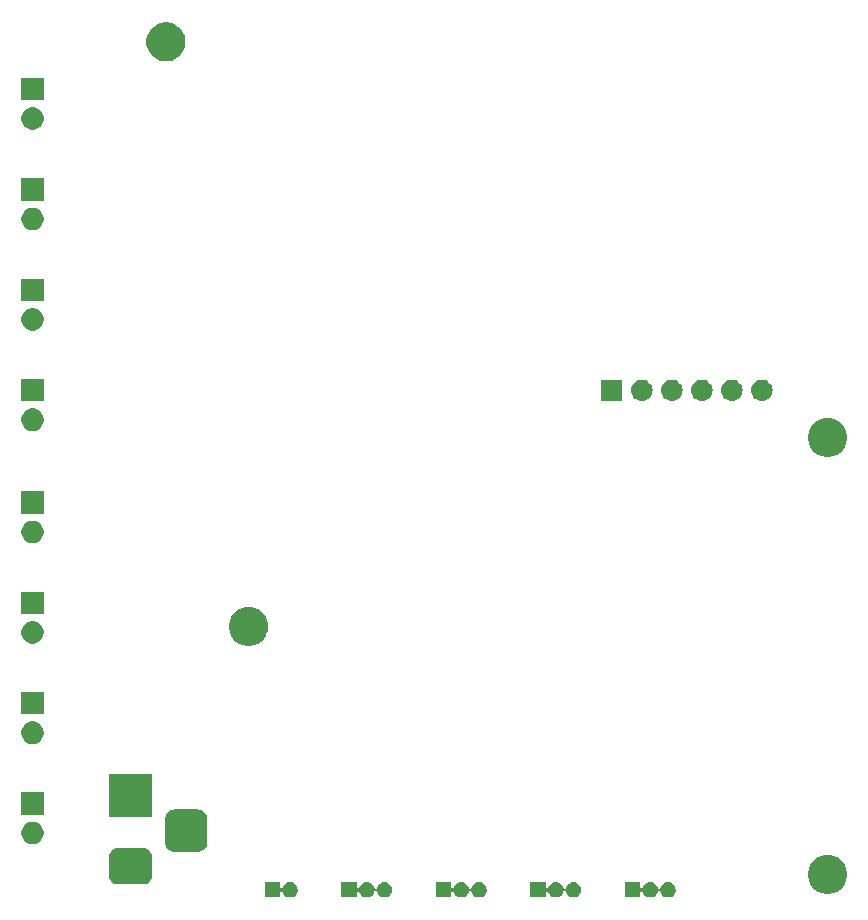
<source format=gbr>
G04 #@! TF.GenerationSoftware,KiCad,Pcbnew,5.0.2-bee76a0~70~ubuntu18.04.1*
G04 #@! TF.CreationDate,2019-07-19T10:20:09+02:00*
G04 #@! TF.ProjectId,Plant_monitoring_device,506c616e-745f-46d6-9f6e-69746f72696e,rev?*
G04 #@! TF.SameCoordinates,Original*
G04 #@! TF.FileFunction,Soldermask,Bot*
G04 #@! TF.FilePolarity,Negative*
%FSLAX46Y46*%
G04 Gerber Fmt 4.6, Leading zero omitted, Abs format (unit mm)*
G04 Created by KiCad (PCBNEW 5.0.2-bee76a0~70~ubuntu18.04.1) date Fri 19 Jul 2019 10:20:09 CEST*
%MOMM*%
%LPD*%
G01*
G04 APERTURE LIST*
%ADD10C,0.100000*%
G04 APERTURE END LIST*
D10*
G36*
X223151000Y-146020104D02*
X223153402Y-146044490D01*
X223160515Y-146067939D01*
X223172066Y-146089550D01*
X223187612Y-146108492D01*
X223206554Y-146124038D01*
X223228165Y-146135589D01*
X223251614Y-146142702D01*
X223276000Y-146145104D01*
X223300386Y-146142702D01*
X223323835Y-146135589D01*
X223345446Y-146124038D01*
X223364388Y-146108492D01*
X223379934Y-146089550D01*
X223391485Y-146067939D01*
X223423089Y-145991639D01*
X223494338Y-145885008D01*
X223585008Y-145794338D01*
X223691639Y-145723089D01*
X223810110Y-145674017D01*
X223935881Y-145649000D01*
X224064119Y-145649000D01*
X224189890Y-145674017D01*
X224308361Y-145723089D01*
X224414992Y-145794338D01*
X224505662Y-145885008D01*
X224576911Y-145991639D01*
X224625983Y-146110110D01*
X224627402Y-146117245D01*
X224634515Y-146140694D01*
X224646066Y-146162305D01*
X224661611Y-146181247D01*
X224680553Y-146196792D01*
X224702164Y-146208344D01*
X224725613Y-146215457D01*
X224749999Y-146217859D01*
X224774386Y-146215457D01*
X224797835Y-146208344D01*
X224819446Y-146196793D01*
X224838388Y-146181248D01*
X224853933Y-146162306D01*
X224865485Y-146140695D01*
X224872598Y-146117245D01*
X224874017Y-146110110D01*
X224923089Y-145991639D01*
X224994338Y-145885008D01*
X225085008Y-145794338D01*
X225191639Y-145723089D01*
X225310110Y-145674017D01*
X225435881Y-145649000D01*
X225564119Y-145649000D01*
X225689890Y-145674017D01*
X225808361Y-145723089D01*
X225914992Y-145794338D01*
X226005662Y-145885008D01*
X226076911Y-145991639D01*
X226125983Y-146110110D01*
X226151000Y-146235881D01*
X226151000Y-146364119D01*
X226125983Y-146489890D01*
X226076911Y-146608361D01*
X226005662Y-146714992D01*
X225914992Y-146805662D01*
X225808361Y-146876911D01*
X225689890Y-146925983D01*
X225564119Y-146951000D01*
X225435881Y-146951000D01*
X225310110Y-146925983D01*
X225191639Y-146876911D01*
X225085008Y-146805662D01*
X224994338Y-146714992D01*
X224923089Y-146608361D01*
X224874017Y-146489890D01*
X224872598Y-146482755D01*
X224865485Y-146459306D01*
X224853934Y-146437695D01*
X224838389Y-146418753D01*
X224819447Y-146403208D01*
X224797836Y-146391656D01*
X224774387Y-146384543D01*
X224750001Y-146382141D01*
X224725614Y-146384543D01*
X224702165Y-146391656D01*
X224680554Y-146403207D01*
X224661612Y-146418752D01*
X224646067Y-146437694D01*
X224634515Y-146459305D01*
X224627402Y-146482755D01*
X224625983Y-146489890D01*
X224576911Y-146608361D01*
X224505662Y-146714992D01*
X224414992Y-146805662D01*
X224308361Y-146876911D01*
X224189890Y-146925983D01*
X224064119Y-146951000D01*
X223935881Y-146951000D01*
X223810110Y-146925983D01*
X223691639Y-146876911D01*
X223585008Y-146805662D01*
X223494338Y-146714992D01*
X223423089Y-146608361D01*
X223391485Y-146532061D01*
X223379934Y-146510450D01*
X223364389Y-146491508D01*
X223345447Y-146475963D01*
X223323836Y-146464411D01*
X223300387Y-146457298D01*
X223276001Y-146454896D01*
X223251614Y-146457298D01*
X223228165Y-146464411D01*
X223206554Y-146475962D01*
X223187612Y-146491507D01*
X223172067Y-146510449D01*
X223160515Y-146532060D01*
X223153402Y-146555509D01*
X223151000Y-146579896D01*
X223151000Y-146951000D01*
X221849000Y-146951000D01*
X221849000Y-145649000D01*
X223151000Y-145649000D01*
X223151000Y-146020104D01*
X223151000Y-146020104D01*
G37*
G36*
X231151000Y-146020104D02*
X231153402Y-146044490D01*
X231160515Y-146067939D01*
X231172066Y-146089550D01*
X231187612Y-146108492D01*
X231206554Y-146124038D01*
X231228165Y-146135589D01*
X231251614Y-146142702D01*
X231276000Y-146145104D01*
X231300386Y-146142702D01*
X231323835Y-146135589D01*
X231345446Y-146124038D01*
X231364388Y-146108492D01*
X231379934Y-146089550D01*
X231391485Y-146067939D01*
X231423089Y-145991639D01*
X231494338Y-145885008D01*
X231585008Y-145794338D01*
X231691639Y-145723089D01*
X231810110Y-145674017D01*
X231935881Y-145649000D01*
X232064119Y-145649000D01*
X232189890Y-145674017D01*
X232308361Y-145723089D01*
X232414992Y-145794338D01*
X232505662Y-145885008D01*
X232576911Y-145991639D01*
X232625983Y-146110110D01*
X232627402Y-146117245D01*
X232634515Y-146140694D01*
X232646066Y-146162305D01*
X232661611Y-146181247D01*
X232680553Y-146196792D01*
X232702164Y-146208344D01*
X232725613Y-146215457D01*
X232749999Y-146217859D01*
X232774386Y-146215457D01*
X232797835Y-146208344D01*
X232819446Y-146196793D01*
X232838388Y-146181248D01*
X232853933Y-146162306D01*
X232865485Y-146140695D01*
X232872598Y-146117245D01*
X232874017Y-146110110D01*
X232923089Y-145991639D01*
X232994338Y-145885008D01*
X233085008Y-145794338D01*
X233191639Y-145723089D01*
X233310110Y-145674017D01*
X233435881Y-145649000D01*
X233564119Y-145649000D01*
X233689890Y-145674017D01*
X233808361Y-145723089D01*
X233914992Y-145794338D01*
X234005662Y-145885008D01*
X234076911Y-145991639D01*
X234125983Y-146110110D01*
X234151000Y-146235881D01*
X234151000Y-146364119D01*
X234125983Y-146489890D01*
X234076911Y-146608361D01*
X234005662Y-146714992D01*
X233914992Y-146805662D01*
X233808361Y-146876911D01*
X233689890Y-146925983D01*
X233564119Y-146951000D01*
X233435881Y-146951000D01*
X233310110Y-146925983D01*
X233191639Y-146876911D01*
X233085008Y-146805662D01*
X232994338Y-146714992D01*
X232923089Y-146608361D01*
X232874017Y-146489890D01*
X232872598Y-146482755D01*
X232865485Y-146459306D01*
X232853934Y-146437695D01*
X232838389Y-146418753D01*
X232819447Y-146403208D01*
X232797836Y-146391656D01*
X232774387Y-146384543D01*
X232750001Y-146382141D01*
X232725614Y-146384543D01*
X232702165Y-146391656D01*
X232680554Y-146403207D01*
X232661612Y-146418752D01*
X232646067Y-146437694D01*
X232634515Y-146459305D01*
X232627402Y-146482755D01*
X232625983Y-146489890D01*
X232576911Y-146608361D01*
X232505662Y-146714992D01*
X232414992Y-146805662D01*
X232308361Y-146876911D01*
X232189890Y-146925983D01*
X232064119Y-146951000D01*
X231935881Y-146951000D01*
X231810110Y-146925983D01*
X231691639Y-146876911D01*
X231585008Y-146805662D01*
X231494338Y-146714992D01*
X231423089Y-146608361D01*
X231391485Y-146532061D01*
X231379934Y-146510450D01*
X231364389Y-146491508D01*
X231345447Y-146475963D01*
X231323836Y-146464411D01*
X231300387Y-146457298D01*
X231276001Y-146454896D01*
X231251614Y-146457298D01*
X231228165Y-146464411D01*
X231206554Y-146475962D01*
X231187612Y-146491507D01*
X231172067Y-146510449D01*
X231160515Y-146532060D01*
X231153402Y-146555509D01*
X231151000Y-146579896D01*
X231151000Y-146951000D01*
X229849000Y-146951000D01*
X229849000Y-145649000D01*
X231151000Y-145649000D01*
X231151000Y-146020104D01*
X231151000Y-146020104D01*
G37*
G36*
X239151000Y-146020104D02*
X239153402Y-146044490D01*
X239160515Y-146067939D01*
X239172066Y-146089550D01*
X239187612Y-146108492D01*
X239206554Y-146124038D01*
X239228165Y-146135589D01*
X239251614Y-146142702D01*
X239276000Y-146145104D01*
X239300386Y-146142702D01*
X239323835Y-146135589D01*
X239345446Y-146124038D01*
X239364388Y-146108492D01*
X239379934Y-146089550D01*
X239391485Y-146067939D01*
X239423089Y-145991639D01*
X239494338Y-145885008D01*
X239585008Y-145794338D01*
X239691639Y-145723089D01*
X239810110Y-145674017D01*
X239935881Y-145649000D01*
X240064119Y-145649000D01*
X240189890Y-145674017D01*
X240308361Y-145723089D01*
X240414992Y-145794338D01*
X240505662Y-145885008D01*
X240576911Y-145991639D01*
X240625983Y-146110110D01*
X240627402Y-146117245D01*
X240634515Y-146140694D01*
X240646066Y-146162305D01*
X240661611Y-146181247D01*
X240680553Y-146196792D01*
X240702164Y-146208344D01*
X240725613Y-146215457D01*
X240749999Y-146217859D01*
X240774386Y-146215457D01*
X240797835Y-146208344D01*
X240819446Y-146196793D01*
X240838388Y-146181248D01*
X240853933Y-146162306D01*
X240865485Y-146140695D01*
X240872598Y-146117245D01*
X240874017Y-146110110D01*
X240923089Y-145991639D01*
X240994338Y-145885008D01*
X241085008Y-145794338D01*
X241191639Y-145723089D01*
X241310110Y-145674017D01*
X241435881Y-145649000D01*
X241564119Y-145649000D01*
X241689890Y-145674017D01*
X241808361Y-145723089D01*
X241914992Y-145794338D01*
X242005662Y-145885008D01*
X242076911Y-145991639D01*
X242125983Y-146110110D01*
X242151000Y-146235881D01*
X242151000Y-146364119D01*
X242125983Y-146489890D01*
X242076911Y-146608361D01*
X242005662Y-146714992D01*
X241914992Y-146805662D01*
X241808361Y-146876911D01*
X241689890Y-146925983D01*
X241564119Y-146951000D01*
X241435881Y-146951000D01*
X241310110Y-146925983D01*
X241191639Y-146876911D01*
X241085008Y-146805662D01*
X240994338Y-146714992D01*
X240923089Y-146608361D01*
X240874017Y-146489890D01*
X240872598Y-146482755D01*
X240865485Y-146459306D01*
X240853934Y-146437695D01*
X240838389Y-146418753D01*
X240819447Y-146403208D01*
X240797836Y-146391656D01*
X240774387Y-146384543D01*
X240750001Y-146382141D01*
X240725614Y-146384543D01*
X240702165Y-146391656D01*
X240680554Y-146403207D01*
X240661612Y-146418752D01*
X240646067Y-146437694D01*
X240634515Y-146459305D01*
X240627402Y-146482755D01*
X240625983Y-146489890D01*
X240576911Y-146608361D01*
X240505662Y-146714992D01*
X240414992Y-146805662D01*
X240308361Y-146876911D01*
X240189890Y-146925983D01*
X240064119Y-146951000D01*
X239935881Y-146951000D01*
X239810110Y-146925983D01*
X239691639Y-146876911D01*
X239585008Y-146805662D01*
X239494338Y-146714992D01*
X239423089Y-146608361D01*
X239391485Y-146532061D01*
X239379934Y-146510450D01*
X239364389Y-146491508D01*
X239345447Y-146475963D01*
X239323836Y-146464411D01*
X239300387Y-146457298D01*
X239276001Y-146454896D01*
X239251614Y-146457298D01*
X239228165Y-146464411D01*
X239206554Y-146475962D01*
X239187612Y-146491507D01*
X239172067Y-146510449D01*
X239160515Y-146532060D01*
X239153402Y-146555509D01*
X239151000Y-146579896D01*
X239151000Y-146951000D01*
X237849000Y-146951000D01*
X237849000Y-145649000D01*
X239151000Y-145649000D01*
X239151000Y-146020104D01*
X239151000Y-146020104D01*
G37*
G36*
X215151000Y-146020104D02*
X215153402Y-146044490D01*
X215160515Y-146067939D01*
X215172066Y-146089550D01*
X215187612Y-146108492D01*
X215206554Y-146124038D01*
X215228165Y-146135589D01*
X215251614Y-146142702D01*
X215276000Y-146145104D01*
X215300386Y-146142702D01*
X215323835Y-146135589D01*
X215345446Y-146124038D01*
X215364388Y-146108492D01*
X215379934Y-146089550D01*
X215391485Y-146067939D01*
X215423089Y-145991639D01*
X215494338Y-145885008D01*
X215585008Y-145794338D01*
X215691639Y-145723089D01*
X215810110Y-145674017D01*
X215935881Y-145649000D01*
X216064119Y-145649000D01*
X216189890Y-145674017D01*
X216308361Y-145723089D01*
X216414992Y-145794338D01*
X216505662Y-145885008D01*
X216576911Y-145991639D01*
X216625983Y-146110110D01*
X216627402Y-146117245D01*
X216634515Y-146140694D01*
X216646066Y-146162305D01*
X216661611Y-146181247D01*
X216680553Y-146196792D01*
X216702164Y-146208344D01*
X216725613Y-146215457D01*
X216749999Y-146217859D01*
X216774386Y-146215457D01*
X216797835Y-146208344D01*
X216819446Y-146196793D01*
X216838388Y-146181248D01*
X216853933Y-146162306D01*
X216865485Y-146140695D01*
X216872598Y-146117245D01*
X216874017Y-146110110D01*
X216923089Y-145991639D01*
X216994338Y-145885008D01*
X217085008Y-145794338D01*
X217191639Y-145723089D01*
X217310110Y-145674017D01*
X217435881Y-145649000D01*
X217564119Y-145649000D01*
X217689890Y-145674017D01*
X217808361Y-145723089D01*
X217914992Y-145794338D01*
X218005662Y-145885008D01*
X218076911Y-145991639D01*
X218125983Y-146110110D01*
X218151000Y-146235881D01*
X218151000Y-146364119D01*
X218125983Y-146489890D01*
X218076911Y-146608361D01*
X218005662Y-146714992D01*
X217914992Y-146805662D01*
X217808361Y-146876911D01*
X217689890Y-146925983D01*
X217564119Y-146951000D01*
X217435881Y-146951000D01*
X217310110Y-146925983D01*
X217191639Y-146876911D01*
X217085008Y-146805662D01*
X216994338Y-146714992D01*
X216923089Y-146608361D01*
X216874017Y-146489890D01*
X216872598Y-146482755D01*
X216865485Y-146459306D01*
X216853934Y-146437695D01*
X216838389Y-146418753D01*
X216819447Y-146403208D01*
X216797836Y-146391656D01*
X216774387Y-146384543D01*
X216750001Y-146382141D01*
X216725614Y-146384543D01*
X216702165Y-146391656D01*
X216680554Y-146403207D01*
X216661612Y-146418752D01*
X216646067Y-146437694D01*
X216634515Y-146459305D01*
X216627402Y-146482755D01*
X216625983Y-146489890D01*
X216576911Y-146608361D01*
X216505662Y-146714992D01*
X216414992Y-146805662D01*
X216308361Y-146876911D01*
X216189890Y-146925983D01*
X216064119Y-146951000D01*
X215935881Y-146951000D01*
X215810110Y-146925983D01*
X215691639Y-146876911D01*
X215585008Y-146805662D01*
X215494338Y-146714992D01*
X215423089Y-146608361D01*
X215391485Y-146532061D01*
X215379934Y-146510450D01*
X215364389Y-146491508D01*
X215345447Y-146475963D01*
X215323836Y-146464411D01*
X215300387Y-146457298D01*
X215276001Y-146454896D01*
X215251614Y-146457298D01*
X215228165Y-146464411D01*
X215206554Y-146475962D01*
X215187612Y-146491507D01*
X215172067Y-146510449D01*
X215160515Y-146532060D01*
X215153402Y-146555509D01*
X215151000Y-146579896D01*
X215151000Y-146951000D01*
X213849000Y-146951000D01*
X213849000Y-145649000D01*
X215151000Y-145649000D01*
X215151000Y-146020104D01*
X215151000Y-146020104D01*
G37*
G36*
X208651000Y-146020104D02*
X208653402Y-146044490D01*
X208660515Y-146067939D01*
X208672066Y-146089550D01*
X208687612Y-146108492D01*
X208706554Y-146124038D01*
X208728165Y-146135589D01*
X208751614Y-146142702D01*
X208776000Y-146145104D01*
X208800386Y-146142702D01*
X208823835Y-146135589D01*
X208845446Y-146124038D01*
X208864388Y-146108492D01*
X208879934Y-146089550D01*
X208891485Y-146067939D01*
X208923089Y-145991639D01*
X208994338Y-145885008D01*
X209085008Y-145794338D01*
X209191639Y-145723089D01*
X209310110Y-145674017D01*
X209435881Y-145649000D01*
X209564119Y-145649000D01*
X209689890Y-145674017D01*
X209808361Y-145723089D01*
X209914992Y-145794338D01*
X210005662Y-145885008D01*
X210076911Y-145991639D01*
X210125983Y-146110110D01*
X210151000Y-146235881D01*
X210151000Y-146364119D01*
X210125983Y-146489890D01*
X210076911Y-146608361D01*
X210005662Y-146714992D01*
X209914992Y-146805662D01*
X209808361Y-146876911D01*
X209689890Y-146925983D01*
X209564119Y-146951000D01*
X209435881Y-146951000D01*
X209310110Y-146925983D01*
X209191639Y-146876911D01*
X209085008Y-146805662D01*
X208994338Y-146714992D01*
X208923089Y-146608361D01*
X208891485Y-146532061D01*
X208879934Y-146510450D01*
X208864389Y-146491508D01*
X208845447Y-146475963D01*
X208823836Y-146464411D01*
X208800387Y-146457298D01*
X208776001Y-146454896D01*
X208751614Y-146457298D01*
X208728165Y-146464411D01*
X208706554Y-146475962D01*
X208687612Y-146491507D01*
X208672067Y-146510449D01*
X208660515Y-146532060D01*
X208653402Y-146555509D01*
X208651000Y-146579896D01*
X208651000Y-146951000D01*
X207349000Y-146951000D01*
X207349000Y-145649000D01*
X208651000Y-145649000D01*
X208651000Y-146020104D01*
X208651000Y-146020104D01*
G37*
G36*
X255375256Y-143391298D02*
X255481579Y-143412447D01*
X255782042Y-143536903D01*
X256048852Y-143715180D01*
X256052454Y-143717587D01*
X256282413Y-143947546D01*
X256282415Y-143947549D01*
X256463097Y-144217958D01*
X256587553Y-144518421D01*
X256651000Y-144837391D01*
X256651000Y-145162609D01*
X256587553Y-145481579D01*
X256463097Y-145782042D01*
X256394297Y-145885008D01*
X256282413Y-146052454D01*
X256052454Y-146282413D01*
X256052451Y-146282415D01*
X255782042Y-146463097D01*
X255782041Y-146463098D01*
X255782040Y-146463098D01*
X255717358Y-146489890D01*
X255481579Y-146587553D01*
X255376970Y-146608361D01*
X255162611Y-146651000D01*
X254837389Y-146651000D01*
X254623030Y-146608361D01*
X254518421Y-146587553D01*
X254282642Y-146489890D01*
X254217960Y-146463098D01*
X254217959Y-146463098D01*
X254217958Y-146463097D01*
X253947549Y-146282415D01*
X253947546Y-146282413D01*
X253717587Y-146052454D01*
X253605703Y-145885008D01*
X253536903Y-145782042D01*
X253412447Y-145481579D01*
X253349000Y-145162609D01*
X253349000Y-144837391D01*
X253412447Y-144518421D01*
X253536903Y-144217958D01*
X253717585Y-143947549D01*
X253717587Y-143947546D01*
X253947546Y-143717587D01*
X253951148Y-143715180D01*
X254217958Y-143536903D01*
X254518421Y-143412447D01*
X254624744Y-143391298D01*
X254837389Y-143349000D01*
X255162611Y-143349000D01*
X255375256Y-143391298D01*
X255375256Y-143391298D01*
G37*
G36*
X197226978Y-142763293D02*
X197360627Y-142803835D01*
X197483782Y-142869662D01*
X197591739Y-142958261D01*
X197680338Y-143066218D01*
X197746165Y-143189373D01*
X197786707Y-143323022D01*
X197801000Y-143468140D01*
X197801000Y-145131860D01*
X197786707Y-145276978D01*
X197746165Y-145410627D01*
X197680338Y-145533782D01*
X197591739Y-145641739D01*
X197483782Y-145730338D01*
X197360627Y-145796165D01*
X197226978Y-145836707D01*
X197081860Y-145851000D01*
X194918140Y-145851000D01*
X194773022Y-145836707D01*
X194639373Y-145796165D01*
X194516218Y-145730338D01*
X194408261Y-145641739D01*
X194319662Y-145533782D01*
X194253835Y-145410627D01*
X194213293Y-145276978D01*
X194199000Y-145131860D01*
X194199000Y-143468140D01*
X194213293Y-143323022D01*
X194253835Y-143189373D01*
X194319662Y-143066218D01*
X194408261Y-142958261D01*
X194516218Y-142869662D01*
X194639373Y-142803835D01*
X194773022Y-142763293D01*
X194918140Y-142749000D01*
X197081860Y-142749000D01*
X197226978Y-142763293D01*
X197226978Y-142763293D01*
G37*
G36*
X201826366Y-139515695D02*
X201983458Y-139563348D01*
X202128230Y-139640731D01*
X202255128Y-139744872D01*
X202359269Y-139871770D01*
X202436652Y-140016542D01*
X202484305Y-140173634D01*
X202501000Y-140343140D01*
X202501000Y-142256860D01*
X202484305Y-142426366D01*
X202436652Y-142583458D01*
X202359269Y-142728230D01*
X202255128Y-142855128D01*
X202128230Y-142959269D01*
X201983458Y-143036652D01*
X201826366Y-143084305D01*
X201656860Y-143101000D01*
X199743140Y-143101000D01*
X199573634Y-143084305D01*
X199416542Y-143036652D01*
X199271770Y-142959269D01*
X199144872Y-142855128D01*
X199040731Y-142728230D01*
X198963348Y-142583458D01*
X198915695Y-142426366D01*
X198899000Y-142256860D01*
X198899000Y-140343140D01*
X198915695Y-140173634D01*
X198963348Y-140016542D01*
X199040731Y-139871770D01*
X199144872Y-139744872D01*
X199271770Y-139640731D01*
X199416542Y-139563348D01*
X199573634Y-139515695D01*
X199743140Y-139499000D01*
X201656860Y-139499000D01*
X201826366Y-139515695D01*
X201826366Y-139515695D01*
G37*
G36*
X187977396Y-140585546D02*
X188150466Y-140657234D01*
X188306230Y-140761312D01*
X188438688Y-140893770D01*
X188542766Y-141049534D01*
X188614454Y-141222604D01*
X188651000Y-141406333D01*
X188651000Y-141593667D01*
X188614454Y-141777396D01*
X188542766Y-141950466D01*
X188438688Y-142106230D01*
X188306230Y-142238688D01*
X188150466Y-142342766D01*
X187977396Y-142414454D01*
X187793667Y-142451000D01*
X187606333Y-142451000D01*
X187422604Y-142414454D01*
X187249534Y-142342766D01*
X187093770Y-142238688D01*
X186961312Y-142106230D01*
X186857234Y-141950466D01*
X186785546Y-141777396D01*
X186749000Y-141593667D01*
X186749000Y-141406333D01*
X186785546Y-141222604D01*
X186857234Y-141049534D01*
X186961312Y-140893770D01*
X187093770Y-140761312D01*
X187249534Y-140657234D01*
X187422604Y-140585546D01*
X187606333Y-140549000D01*
X187793667Y-140549000D01*
X187977396Y-140585546D01*
X187977396Y-140585546D01*
G37*
G36*
X197801000Y-140101000D02*
X194199000Y-140101000D01*
X194199000Y-136499000D01*
X197801000Y-136499000D01*
X197801000Y-140101000D01*
X197801000Y-140101000D01*
G37*
G36*
X188651000Y-139951000D02*
X186749000Y-139951000D01*
X186749000Y-138049000D01*
X188651000Y-138049000D01*
X188651000Y-139951000D01*
X188651000Y-139951000D01*
G37*
G36*
X187977396Y-132085546D02*
X188150466Y-132157234D01*
X188306230Y-132261312D01*
X188438688Y-132393770D01*
X188542766Y-132549534D01*
X188614454Y-132722604D01*
X188651000Y-132906333D01*
X188651000Y-133093667D01*
X188614454Y-133277396D01*
X188542766Y-133450466D01*
X188438688Y-133606230D01*
X188306230Y-133738688D01*
X188150466Y-133842766D01*
X187977396Y-133914454D01*
X187793667Y-133951000D01*
X187606333Y-133951000D01*
X187422604Y-133914454D01*
X187249534Y-133842766D01*
X187093770Y-133738688D01*
X186961312Y-133606230D01*
X186857234Y-133450466D01*
X186785546Y-133277396D01*
X186749000Y-133093667D01*
X186749000Y-132906333D01*
X186785546Y-132722604D01*
X186857234Y-132549534D01*
X186961312Y-132393770D01*
X187093770Y-132261312D01*
X187249534Y-132157234D01*
X187422604Y-132085546D01*
X187606333Y-132049000D01*
X187793667Y-132049000D01*
X187977396Y-132085546D01*
X187977396Y-132085546D01*
G37*
G36*
X188651000Y-131451000D02*
X186749000Y-131451000D01*
X186749000Y-129549000D01*
X188651000Y-129549000D01*
X188651000Y-131451000D01*
X188651000Y-131451000D01*
G37*
G36*
X206375256Y-122391298D02*
X206481579Y-122412447D01*
X206782042Y-122536903D01*
X207048852Y-122715180D01*
X207052454Y-122717587D01*
X207282413Y-122947546D01*
X207282415Y-122947549D01*
X207463097Y-123217958D01*
X207587553Y-123518421D01*
X207600905Y-123585546D01*
X207651000Y-123837389D01*
X207651000Y-124162611D01*
X207608702Y-124375256D01*
X207587553Y-124481579D01*
X207499550Y-124694037D01*
X207463098Y-124782040D01*
X207282413Y-125052454D01*
X207052454Y-125282413D01*
X207052451Y-125282415D01*
X206782042Y-125463097D01*
X206481579Y-125587553D01*
X206375256Y-125608702D01*
X206162611Y-125651000D01*
X205837389Y-125651000D01*
X205624744Y-125608702D01*
X205518421Y-125587553D01*
X205217958Y-125463097D01*
X204947549Y-125282415D01*
X204947546Y-125282413D01*
X204717587Y-125052454D01*
X204536902Y-124782040D01*
X204500450Y-124694037D01*
X204412447Y-124481579D01*
X204391298Y-124375256D01*
X204349000Y-124162611D01*
X204349000Y-123837389D01*
X204399095Y-123585546D01*
X204412447Y-123518421D01*
X204536903Y-123217958D01*
X204717585Y-122947549D01*
X204717587Y-122947546D01*
X204947546Y-122717587D01*
X204951148Y-122715180D01*
X205217958Y-122536903D01*
X205518421Y-122412447D01*
X205624744Y-122391298D01*
X205837389Y-122349000D01*
X206162611Y-122349000D01*
X206375256Y-122391298D01*
X206375256Y-122391298D01*
G37*
G36*
X187977396Y-123585546D02*
X188150466Y-123657234D01*
X188306230Y-123761312D01*
X188438688Y-123893770D01*
X188542766Y-124049534D01*
X188614454Y-124222604D01*
X188651000Y-124406333D01*
X188651000Y-124593667D01*
X188614454Y-124777396D01*
X188542766Y-124950466D01*
X188438688Y-125106230D01*
X188306230Y-125238688D01*
X188150466Y-125342766D01*
X187977396Y-125414454D01*
X187793667Y-125451000D01*
X187606333Y-125451000D01*
X187422604Y-125414454D01*
X187249534Y-125342766D01*
X187093770Y-125238688D01*
X186961312Y-125106230D01*
X186857234Y-124950466D01*
X186785546Y-124777396D01*
X186749000Y-124593667D01*
X186749000Y-124406333D01*
X186785546Y-124222604D01*
X186857234Y-124049534D01*
X186961312Y-123893770D01*
X187093770Y-123761312D01*
X187249534Y-123657234D01*
X187422604Y-123585546D01*
X187606333Y-123549000D01*
X187793667Y-123549000D01*
X187977396Y-123585546D01*
X187977396Y-123585546D01*
G37*
G36*
X188651000Y-122951000D02*
X186749000Y-122951000D01*
X186749000Y-121049000D01*
X188651000Y-121049000D01*
X188651000Y-122951000D01*
X188651000Y-122951000D01*
G37*
G36*
X187977396Y-115085546D02*
X188150466Y-115157234D01*
X188306230Y-115261312D01*
X188438688Y-115393770D01*
X188542766Y-115549534D01*
X188614454Y-115722604D01*
X188651000Y-115906333D01*
X188651000Y-116093667D01*
X188614454Y-116277396D01*
X188542766Y-116450466D01*
X188438688Y-116606230D01*
X188306230Y-116738688D01*
X188150466Y-116842766D01*
X187977396Y-116914454D01*
X187793667Y-116951000D01*
X187606333Y-116951000D01*
X187422604Y-116914454D01*
X187249534Y-116842766D01*
X187093770Y-116738688D01*
X186961312Y-116606230D01*
X186857234Y-116450466D01*
X186785546Y-116277396D01*
X186749000Y-116093667D01*
X186749000Y-115906333D01*
X186785546Y-115722604D01*
X186857234Y-115549534D01*
X186961312Y-115393770D01*
X187093770Y-115261312D01*
X187249534Y-115157234D01*
X187422604Y-115085546D01*
X187606333Y-115049000D01*
X187793667Y-115049000D01*
X187977396Y-115085546D01*
X187977396Y-115085546D01*
G37*
G36*
X188651000Y-114451000D02*
X186749000Y-114451000D01*
X186749000Y-112549000D01*
X188651000Y-112549000D01*
X188651000Y-114451000D01*
X188651000Y-114451000D01*
G37*
G36*
X255375256Y-106391298D02*
X255481579Y-106412447D01*
X255782042Y-106536903D01*
X255866992Y-106593665D01*
X256052454Y-106717587D01*
X256282413Y-106947546D01*
X256282415Y-106947549D01*
X256388443Y-107106230D01*
X256463098Y-107217960D01*
X256587553Y-107518422D01*
X256651000Y-107837389D01*
X256651000Y-108162611D01*
X256587553Y-108481578D01*
X256463098Y-108782040D01*
X256282413Y-109052454D01*
X256052454Y-109282413D01*
X256052451Y-109282415D01*
X255782042Y-109463097D01*
X255481579Y-109587553D01*
X255375256Y-109608702D01*
X255162611Y-109651000D01*
X254837389Y-109651000D01*
X254624744Y-109608702D01*
X254518421Y-109587553D01*
X254217958Y-109463097D01*
X253947549Y-109282415D01*
X253947546Y-109282413D01*
X253717587Y-109052454D01*
X253536902Y-108782040D01*
X253412447Y-108481578D01*
X253349000Y-108162611D01*
X253349000Y-107837389D01*
X253412447Y-107518422D01*
X253536902Y-107217960D01*
X253611558Y-107106230D01*
X253717585Y-106947549D01*
X253717587Y-106947546D01*
X253947546Y-106717587D01*
X254133008Y-106593665D01*
X254217958Y-106536903D01*
X254518421Y-106412447D01*
X254624744Y-106391298D01*
X254837389Y-106349000D01*
X255162611Y-106349000D01*
X255375256Y-106391298D01*
X255375256Y-106391298D01*
G37*
G36*
X187977396Y-105585546D02*
X188150466Y-105657234D01*
X188306230Y-105761312D01*
X188438688Y-105893770D01*
X188542766Y-106049534D01*
X188614454Y-106222604D01*
X188651000Y-106406333D01*
X188651000Y-106593667D01*
X188614454Y-106777396D01*
X188542766Y-106950466D01*
X188438688Y-107106230D01*
X188306230Y-107238688D01*
X188150466Y-107342766D01*
X187977396Y-107414454D01*
X187793667Y-107451000D01*
X187606333Y-107451000D01*
X187422604Y-107414454D01*
X187249534Y-107342766D01*
X187093770Y-107238688D01*
X186961312Y-107106230D01*
X186857234Y-106950466D01*
X186785546Y-106777396D01*
X186749000Y-106593667D01*
X186749000Y-106406333D01*
X186785546Y-106222604D01*
X186857234Y-106049534D01*
X186961312Y-105893770D01*
X187093770Y-105761312D01*
X187249534Y-105657234D01*
X187422604Y-105585546D01*
X187606333Y-105549000D01*
X187793667Y-105549000D01*
X187977396Y-105585546D01*
X187977396Y-105585546D01*
G37*
G36*
X188651000Y-104951000D02*
X186749000Y-104951000D01*
X186749000Y-103049000D01*
X188651000Y-103049000D01*
X188651000Y-104951000D01*
X188651000Y-104951000D01*
G37*
G36*
X237651000Y-104901000D02*
X235849000Y-104901000D01*
X235849000Y-103099000D01*
X237651000Y-103099000D01*
X237651000Y-104901000D01*
X237651000Y-104901000D01*
G37*
G36*
X249560442Y-103105518D02*
X249626627Y-103112037D01*
X249739853Y-103146384D01*
X249796467Y-103163557D01*
X249935087Y-103237652D01*
X249952991Y-103247222D01*
X249988729Y-103276552D01*
X250090186Y-103359814D01*
X250173448Y-103461271D01*
X250202778Y-103497009D01*
X250202779Y-103497011D01*
X250286443Y-103653533D01*
X250286443Y-103653534D01*
X250337963Y-103823373D01*
X250355359Y-104000000D01*
X250337963Y-104176627D01*
X250303616Y-104289853D01*
X250286443Y-104346467D01*
X250212348Y-104485087D01*
X250202778Y-104502991D01*
X250173448Y-104538729D01*
X250090186Y-104640186D01*
X249988729Y-104723448D01*
X249952991Y-104752778D01*
X249952989Y-104752779D01*
X249796467Y-104836443D01*
X249739853Y-104853616D01*
X249626627Y-104887963D01*
X249560442Y-104894482D01*
X249494260Y-104901000D01*
X249405740Y-104901000D01*
X249339558Y-104894482D01*
X249273373Y-104887963D01*
X249160147Y-104853616D01*
X249103533Y-104836443D01*
X248947011Y-104752779D01*
X248947009Y-104752778D01*
X248911271Y-104723448D01*
X248809814Y-104640186D01*
X248726552Y-104538729D01*
X248697222Y-104502991D01*
X248687652Y-104485087D01*
X248613557Y-104346467D01*
X248596384Y-104289853D01*
X248562037Y-104176627D01*
X248544641Y-104000000D01*
X248562037Y-103823373D01*
X248613557Y-103653534D01*
X248613557Y-103653533D01*
X248697221Y-103497011D01*
X248697222Y-103497009D01*
X248726552Y-103461271D01*
X248809814Y-103359814D01*
X248911271Y-103276552D01*
X248947009Y-103247222D01*
X248964913Y-103237652D01*
X249103533Y-103163557D01*
X249160147Y-103146384D01*
X249273373Y-103112037D01*
X249339558Y-103105518D01*
X249405740Y-103099000D01*
X249494260Y-103099000D01*
X249560442Y-103105518D01*
X249560442Y-103105518D01*
G37*
G36*
X247020442Y-103105518D02*
X247086627Y-103112037D01*
X247199853Y-103146384D01*
X247256467Y-103163557D01*
X247395087Y-103237652D01*
X247412991Y-103247222D01*
X247448729Y-103276552D01*
X247550186Y-103359814D01*
X247633448Y-103461271D01*
X247662778Y-103497009D01*
X247662779Y-103497011D01*
X247746443Y-103653533D01*
X247746443Y-103653534D01*
X247797963Y-103823373D01*
X247815359Y-104000000D01*
X247797963Y-104176627D01*
X247763616Y-104289853D01*
X247746443Y-104346467D01*
X247672348Y-104485087D01*
X247662778Y-104502991D01*
X247633448Y-104538729D01*
X247550186Y-104640186D01*
X247448729Y-104723448D01*
X247412991Y-104752778D01*
X247412989Y-104752779D01*
X247256467Y-104836443D01*
X247199853Y-104853616D01*
X247086627Y-104887963D01*
X247020442Y-104894482D01*
X246954260Y-104901000D01*
X246865740Y-104901000D01*
X246799558Y-104894482D01*
X246733373Y-104887963D01*
X246620147Y-104853616D01*
X246563533Y-104836443D01*
X246407011Y-104752779D01*
X246407009Y-104752778D01*
X246371271Y-104723448D01*
X246269814Y-104640186D01*
X246186552Y-104538729D01*
X246157222Y-104502991D01*
X246147652Y-104485087D01*
X246073557Y-104346467D01*
X246056384Y-104289853D01*
X246022037Y-104176627D01*
X246004641Y-104000000D01*
X246022037Y-103823373D01*
X246073557Y-103653534D01*
X246073557Y-103653533D01*
X246157221Y-103497011D01*
X246157222Y-103497009D01*
X246186552Y-103461271D01*
X246269814Y-103359814D01*
X246371271Y-103276552D01*
X246407009Y-103247222D01*
X246424913Y-103237652D01*
X246563533Y-103163557D01*
X246620147Y-103146384D01*
X246733373Y-103112037D01*
X246799558Y-103105518D01*
X246865740Y-103099000D01*
X246954260Y-103099000D01*
X247020442Y-103105518D01*
X247020442Y-103105518D01*
G37*
G36*
X244480442Y-103105518D02*
X244546627Y-103112037D01*
X244659853Y-103146384D01*
X244716467Y-103163557D01*
X244855087Y-103237652D01*
X244872991Y-103247222D01*
X244908729Y-103276552D01*
X245010186Y-103359814D01*
X245093448Y-103461271D01*
X245122778Y-103497009D01*
X245122779Y-103497011D01*
X245206443Y-103653533D01*
X245206443Y-103653534D01*
X245257963Y-103823373D01*
X245275359Y-104000000D01*
X245257963Y-104176627D01*
X245223616Y-104289853D01*
X245206443Y-104346467D01*
X245132348Y-104485087D01*
X245122778Y-104502991D01*
X245093448Y-104538729D01*
X245010186Y-104640186D01*
X244908729Y-104723448D01*
X244872991Y-104752778D01*
X244872989Y-104752779D01*
X244716467Y-104836443D01*
X244659853Y-104853616D01*
X244546627Y-104887963D01*
X244480442Y-104894482D01*
X244414260Y-104901000D01*
X244325740Y-104901000D01*
X244259558Y-104894482D01*
X244193373Y-104887963D01*
X244080147Y-104853616D01*
X244023533Y-104836443D01*
X243867011Y-104752779D01*
X243867009Y-104752778D01*
X243831271Y-104723448D01*
X243729814Y-104640186D01*
X243646552Y-104538729D01*
X243617222Y-104502991D01*
X243607652Y-104485087D01*
X243533557Y-104346467D01*
X243516384Y-104289853D01*
X243482037Y-104176627D01*
X243464641Y-104000000D01*
X243482037Y-103823373D01*
X243533557Y-103653534D01*
X243533557Y-103653533D01*
X243617221Y-103497011D01*
X243617222Y-103497009D01*
X243646552Y-103461271D01*
X243729814Y-103359814D01*
X243831271Y-103276552D01*
X243867009Y-103247222D01*
X243884913Y-103237652D01*
X244023533Y-103163557D01*
X244080147Y-103146384D01*
X244193373Y-103112037D01*
X244259558Y-103105518D01*
X244325740Y-103099000D01*
X244414260Y-103099000D01*
X244480442Y-103105518D01*
X244480442Y-103105518D01*
G37*
G36*
X241940442Y-103105518D02*
X242006627Y-103112037D01*
X242119853Y-103146384D01*
X242176467Y-103163557D01*
X242315087Y-103237652D01*
X242332991Y-103247222D01*
X242368729Y-103276552D01*
X242470186Y-103359814D01*
X242553448Y-103461271D01*
X242582778Y-103497009D01*
X242582779Y-103497011D01*
X242666443Y-103653533D01*
X242666443Y-103653534D01*
X242717963Y-103823373D01*
X242735359Y-104000000D01*
X242717963Y-104176627D01*
X242683616Y-104289853D01*
X242666443Y-104346467D01*
X242592348Y-104485087D01*
X242582778Y-104502991D01*
X242553448Y-104538729D01*
X242470186Y-104640186D01*
X242368729Y-104723448D01*
X242332991Y-104752778D01*
X242332989Y-104752779D01*
X242176467Y-104836443D01*
X242119853Y-104853616D01*
X242006627Y-104887963D01*
X241940442Y-104894482D01*
X241874260Y-104901000D01*
X241785740Y-104901000D01*
X241719558Y-104894482D01*
X241653373Y-104887963D01*
X241540147Y-104853616D01*
X241483533Y-104836443D01*
X241327011Y-104752779D01*
X241327009Y-104752778D01*
X241291271Y-104723448D01*
X241189814Y-104640186D01*
X241106552Y-104538729D01*
X241077222Y-104502991D01*
X241067652Y-104485087D01*
X240993557Y-104346467D01*
X240976384Y-104289853D01*
X240942037Y-104176627D01*
X240924641Y-104000000D01*
X240942037Y-103823373D01*
X240993557Y-103653534D01*
X240993557Y-103653533D01*
X241077221Y-103497011D01*
X241077222Y-103497009D01*
X241106552Y-103461271D01*
X241189814Y-103359814D01*
X241291271Y-103276552D01*
X241327009Y-103247222D01*
X241344913Y-103237652D01*
X241483533Y-103163557D01*
X241540147Y-103146384D01*
X241653373Y-103112037D01*
X241719558Y-103105518D01*
X241785740Y-103099000D01*
X241874260Y-103099000D01*
X241940442Y-103105518D01*
X241940442Y-103105518D01*
G37*
G36*
X239400442Y-103105518D02*
X239466627Y-103112037D01*
X239579853Y-103146384D01*
X239636467Y-103163557D01*
X239775087Y-103237652D01*
X239792991Y-103247222D01*
X239828729Y-103276552D01*
X239930186Y-103359814D01*
X240013448Y-103461271D01*
X240042778Y-103497009D01*
X240042779Y-103497011D01*
X240126443Y-103653533D01*
X240126443Y-103653534D01*
X240177963Y-103823373D01*
X240195359Y-104000000D01*
X240177963Y-104176627D01*
X240143616Y-104289853D01*
X240126443Y-104346467D01*
X240052348Y-104485087D01*
X240042778Y-104502991D01*
X240013448Y-104538729D01*
X239930186Y-104640186D01*
X239828729Y-104723448D01*
X239792991Y-104752778D01*
X239792989Y-104752779D01*
X239636467Y-104836443D01*
X239579853Y-104853616D01*
X239466627Y-104887963D01*
X239400442Y-104894482D01*
X239334260Y-104901000D01*
X239245740Y-104901000D01*
X239179558Y-104894482D01*
X239113373Y-104887963D01*
X239000147Y-104853616D01*
X238943533Y-104836443D01*
X238787011Y-104752779D01*
X238787009Y-104752778D01*
X238751271Y-104723448D01*
X238649814Y-104640186D01*
X238566552Y-104538729D01*
X238537222Y-104502991D01*
X238527652Y-104485087D01*
X238453557Y-104346467D01*
X238436384Y-104289853D01*
X238402037Y-104176627D01*
X238384641Y-104000000D01*
X238402037Y-103823373D01*
X238453557Y-103653534D01*
X238453557Y-103653533D01*
X238537221Y-103497011D01*
X238537222Y-103497009D01*
X238566552Y-103461271D01*
X238649814Y-103359814D01*
X238751271Y-103276552D01*
X238787009Y-103247222D01*
X238804913Y-103237652D01*
X238943533Y-103163557D01*
X239000147Y-103146384D01*
X239113373Y-103112037D01*
X239179558Y-103105518D01*
X239245740Y-103099000D01*
X239334260Y-103099000D01*
X239400442Y-103105518D01*
X239400442Y-103105518D01*
G37*
G36*
X187977396Y-97085546D02*
X188150466Y-97157234D01*
X188306230Y-97261312D01*
X188438688Y-97393770D01*
X188542766Y-97549534D01*
X188614454Y-97722604D01*
X188651000Y-97906333D01*
X188651000Y-98093667D01*
X188614454Y-98277396D01*
X188542766Y-98450466D01*
X188438688Y-98606230D01*
X188306230Y-98738688D01*
X188150466Y-98842766D01*
X187977396Y-98914454D01*
X187793667Y-98951000D01*
X187606333Y-98951000D01*
X187422604Y-98914454D01*
X187249534Y-98842766D01*
X187093770Y-98738688D01*
X186961312Y-98606230D01*
X186857234Y-98450466D01*
X186785546Y-98277396D01*
X186749000Y-98093667D01*
X186749000Y-97906333D01*
X186785546Y-97722604D01*
X186857234Y-97549534D01*
X186961312Y-97393770D01*
X187093770Y-97261312D01*
X187249534Y-97157234D01*
X187422604Y-97085546D01*
X187606333Y-97049000D01*
X187793667Y-97049000D01*
X187977396Y-97085546D01*
X187977396Y-97085546D01*
G37*
G36*
X188651000Y-96451000D02*
X186749000Y-96451000D01*
X186749000Y-94549000D01*
X188651000Y-94549000D01*
X188651000Y-96451000D01*
X188651000Y-96451000D01*
G37*
G36*
X187977396Y-88585546D02*
X188150466Y-88657234D01*
X188306230Y-88761312D01*
X188438688Y-88893770D01*
X188542766Y-89049534D01*
X188614454Y-89222604D01*
X188651000Y-89406333D01*
X188651000Y-89593667D01*
X188614454Y-89777396D01*
X188542766Y-89950466D01*
X188438688Y-90106230D01*
X188306230Y-90238688D01*
X188150466Y-90342766D01*
X187977396Y-90414454D01*
X187793667Y-90451000D01*
X187606333Y-90451000D01*
X187422604Y-90414454D01*
X187249534Y-90342766D01*
X187093770Y-90238688D01*
X186961312Y-90106230D01*
X186857234Y-89950466D01*
X186785546Y-89777396D01*
X186749000Y-89593667D01*
X186749000Y-89406333D01*
X186785546Y-89222604D01*
X186857234Y-89049534D01*
X186961312Y-88893770D01*
X187093770Y-88761312D01*
X187249534Y-88657234D01*
X187422604Y-88585546D01*
X187606333Y-88549000D01*
X187793667Y-88549000D01*
X187977396Y-88585546D01*
X187977396Y-88585546D01*
G37*
G36*
X188651000Y-87951000D02*
X186749000Y-87951000D01*
X186749000Y-86049000D01*
X188651000Y-86049000D01*
X188651000Y-87951000D01*
X188651000Y-87951000D01*
G37*
G36*
X187977396Y-80085546D02*
X188150466Y-80157234D01*
X188306230Y-80261312D01*
X188438688Y-80393770D01*
X188542766Y-80549534D01*
X188614454Y-80722604D01*
X188651000Y-80906333D01*
X188651000Y-81093667D01*
X188614454Y-81277396D01*
X188542766Y-81450466D01*
X188438688Y-81606230D01*
X188306230Y-81738688D01*
X188150466Y-81842766D01*
X187977396Y-81914454D01*
X187793667Y-81951000D01*
X187606333Y-81951000D01*
X187422604Y-81914454D01*
X187249534Y-81842766D01*
X187093770Y-81738688D01*
X186961312Y-81606230D01*
X186857234Y-81450466D01*
X186785546Y-81277396D01*
X186749000Y-81093667D01*
X186749000Y-80906333D01*
X186785546Y-80722604D01*
X186857234Y-80549534D01*
X186961312Y-80393770D01*
X187093770Y-80261312D01*
X187249534Y-80157234D01*
X187422604Y-80085546D01*
X187606333Y-80049000D01*
X187793667Y-80049000D01*
X187977396Y-80085546D01*
X187977396Y-80085546D01*
G37*
G36*
X188651000Y-79451000D02*
X186749000Y-79451000D01*
X186749000Y-77549000D01*
X188651000Y-77549000D01*
X188651000Y-79451000D01*
X188651000Y-79451000D01*
G37*
G36*
X199375256Y-72891298D02*
X199481579Y-72912447D01*
X199782042Y-73036903D01*
X200048852Y-73215180D01*
X200052454Y-73217587D01*
X200282413Y-73447546D01*
X200463098Y-73717960D01*
X200587553Y-74018422D01*
X200651000Y-74337389D01*
X200651000Y-74662611D01*
X200587553Y-74981578D01*
X200463098Y-75282040D01*
X200282413Y-75552454D01*
X200052454Y-75782413D01*
X200052451Y-75782415D01*
X199782042Y-75963097D01*
X199481579Y-76087553D01*
X199375256Y-76108702D01*
X199162611Y-76151000D01*
X198837389Y-76151000D01*
X198624744Y-76108702D01*
X198518421Y-76087553D01*
X198217958Y-75963097D01*
X197947549Y-75782415D01*
X197947546Y-75782413D01*
X197717587Y-75552454D01*
X197536902Y-75282040D01*
X197412447Y-74981578D01*
X197349000Y-74662611D01*
X197349000Y-74337389D01*
X197412447Y-74018422D01*
X197536902Y-73717960D01*
X197717587Y-73447546D01*
X197947546Y-73217587D01*
X197951148Y-73215180D01*
X198217958Y-73036903D01*
X198518421Y-72912447D01*
X198624744Y-72891298D01*
X198837389Y-72849000D01*
X199162611Y-72849000D01*
X199375256Y-72891298D01*
X199375256Y-72891298D01*
G37*
M02*

</source>
